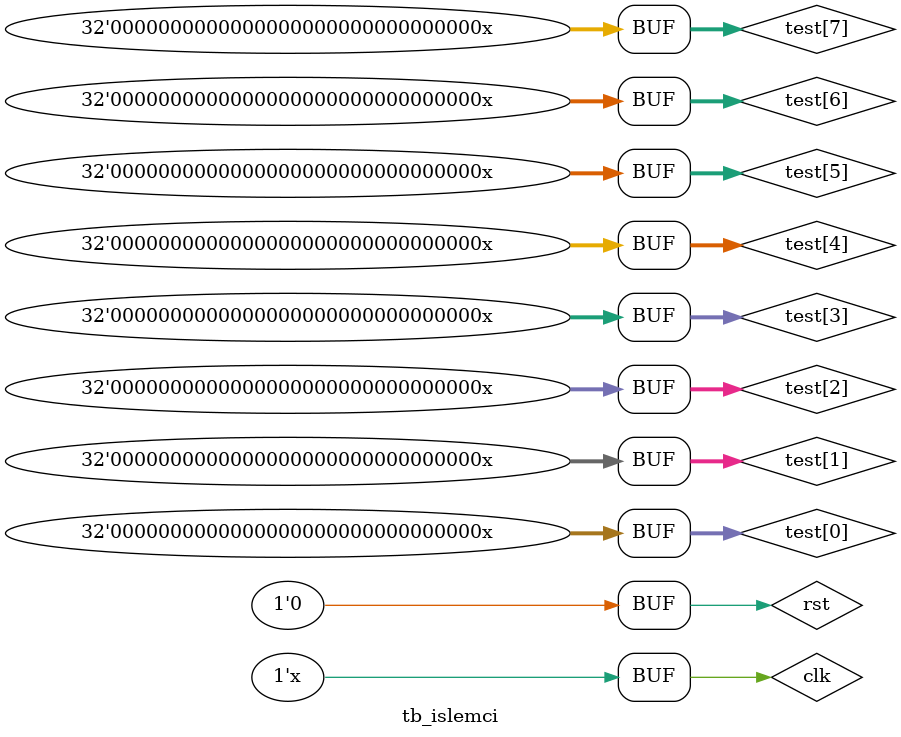
<source format=v>
`timescale 1ns / 1ps
module tb_islemci();

    reg [31:0] buyruk_bellegi [255:0];

    reg clk, rst;
    reg [31:0] buyruk;
    wire [31:0] ps, yeni_adres;
    islemci i(clk, rst, buyruk, ps, yeni_adres);
    
    wire [31:0] test [7:0];
    
    assign test[0] = islemci.yazmac_obegi[0];
    assign test[1] = islemci.yazmac_obegi[1];
    assign test[2] = islemci.yazmac_obegi[2];
    assign test[3] = islemci.yazmac_obegi[3];
    assign test[4] = islemci.yazmac_obegi[4];
    assign test[5] = islemci.yazmac_obegi[5];
    assign test[6] = islemci.yazmac_obegi[6];
    assign test[7] = islemci.yazmac_obegi[7];
    
    initial begin
        clk <= 0;
        rst <= 0;
        buyruk_bellegi[0] <= 32'b000000001010_00000_000_00100_0010011;
        buyruk_bellegi[1] <= 32'b000000010100_00000_000_01000_0010011;
        buyruk_bellegi[2] <= 32'b000000001010_00000_000_01100_0010011;
        buyruk_bellegi[3] <= 32'b1_111111_01100_00100_000_1110_1_1100011;
        buyruk_bellegi[4] <= 32'b000000010100_00000_000_01100_0010011;
    end
    
    always #5 clk <= ~clk;
    
    always @(posedge clk) begin
        buyruk = buyruk_bellegi[ps/4];
    end

    /*
    addi x1, x0, 10     // 32'b000000001010_00000_000_00100_0010011
    addi x2, x0, 20     // 32'b000000010100_00000_000_01000_0010011
    addi x3, x0, 10     // 32'b000000001010_00000_000_01100_0010011
    beq  x1, x2, 4      // 32'b1_111111_01100_00100_000_1110_1_1100011
    addi x3, x0, 20     // 32'b000000010100_00000_000_01100_0010011
    */

endmodule

</source>
